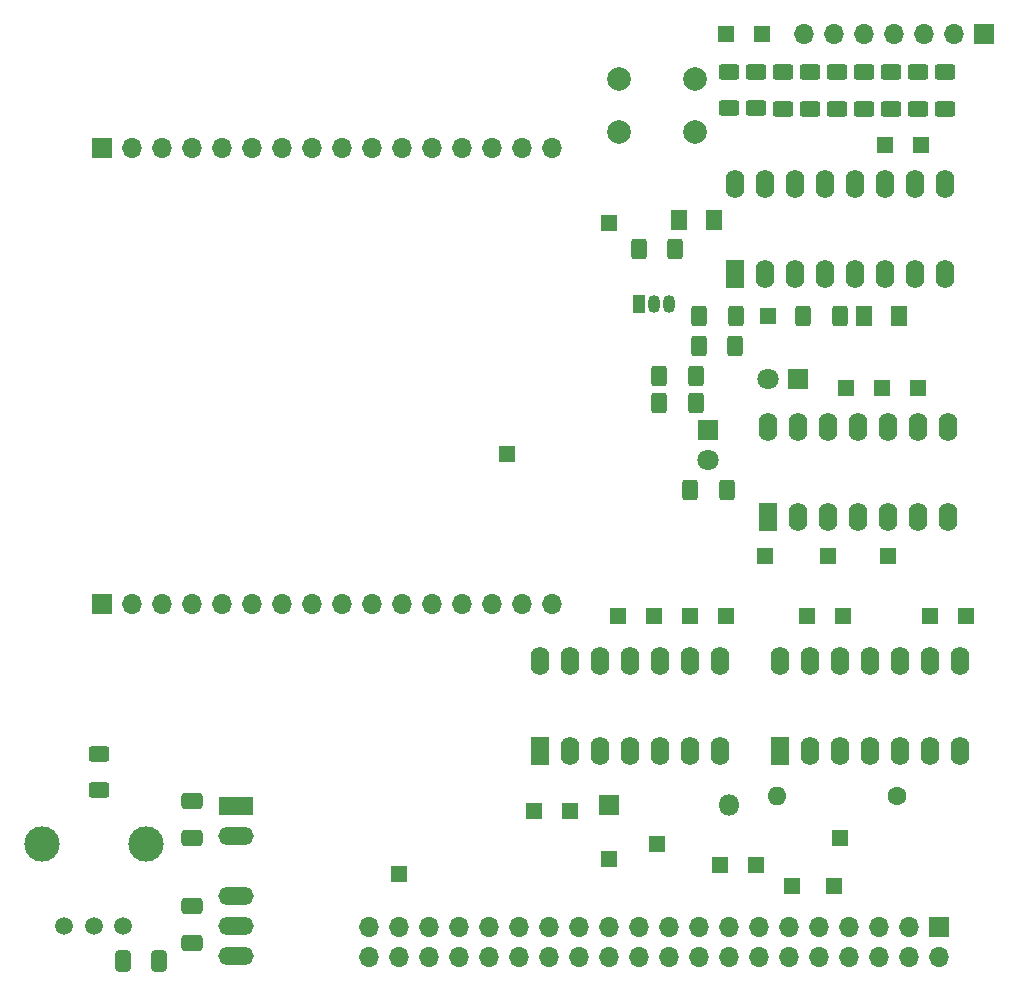
<source format=gbr>
%TF.GenerationSoftware,KiCad,Pcbnew,7.0.10-7.0.10~ubuntu20.04.1*%
%TF.CreationDate,2024-01-16T10:42:35+01:00*%
%TF.ProjectId,Unicomp_LCD_Board,556e6963-6f6d-4705-9f4c-43445f426f61,rev?*%
%TF.SameCoordinates,Original*%
%TF.FileFunction,Soldermask,Bot*%
%TF.FilePolarity,Negative*%
%FSLAX46Y46*%
G04 Gerber Fmt 4.6, Leading zero omitted, Abs format (unit mm)*
G04 Created by KiCad (PCBNEW 7.0.10-7.0.10~ubuntu20.04.1) date 2024-01-16 10:42:35*
%MOMM*%
%LPD*%
G01*
G04 APERTURE LIST*
G04 Aperture macros list*
%AMRoundRect*
0 Rectangle with rounded corners*
0 $1 Rounding radius*
0 $2 $3 $4 $5 $6 $7 $8 $9 X,Y pos of 4 corners*
0 Add a 4 corners polygon primitive as box body*
4,1,4,$2,$3,$4,$5,$6,$7,$8,$9,$2,$3,0*
0 Add four circle primitives for the rounded corners*
1,1,$1+$1,$2,$3*
1,1,$1+$1,$4,$5*
1,1,$1+$1,$6,$7*
1,1,$1+$1,$8,$9*
0 Add four rect primitives between the rounded corners*
20,1,$1+$1,$2,$3,$4,$5,0*
20,1,$1+$1,$4,$5,$6,$7,0*
20,1,$1+$1,$6,$7,$8,$9,0*
20,1,$1+$1,$8,$9,$2,$3,0*%
G04 Aperture macros list end*
%ADD10R,1.700000X1.700000*%
%ADD11O,1.700000X1.700000*%
%ADD12R,1.350000X1.350000*%
%ADD13C,1.600000*%
%ADD14O,1.600000X1.600000*%
%ADD15R,1.600000X2.400000*%
%ADD16O,1.600000X2.400000*%
%ADD17R,1.800000X1.800000*%
%ADD18C,1.800000*%
%ADD19R,3.000000X1.500000*%
%ADD20O,3.000000X1.500000*%
%ADD21C,3.000000*%
%ADD22C,1.500000*%
%ADD23C,2.000000*%
%ADD24R,1.050000X1.500000*%
%ADD25O,1.050000X1.500000*%
%ADD26O,1.800000X1.800000*%
%ADD27RoundRect,0.250000X-0.400000X-0.625000X0.400000X-0.625000X0.400000X0.625000X-0.400000X0.625000X0*%
%ADD28RoundRect,0.250000X-0.650000X0.412500X-0.650000X-0.412500X0.650000X-0.412500X0.650000X0.412500X0*%
%ADD29RoundRect,0.250000X-0.625000X0.400000X-0.625000X-0.400000X0.625000X-0.400000X0.625000X0.400000X0*%
%ADD30RoundRect,0.250000X0.400000X0.625000X-0.400000X0.625000X-0.400000X-0.625000X0.400000X-0.625000X0*%
%ADD31RoundRect,0.250000X0.625000X-0.400000X0.625000X0.400000X-0.625000X0.400000X-0.625000X-0.400000X0*%
%ADD32RoundRect,0.250001X0.462499X0.624999X-0.462499X0.624999X-0.462499X-0.624999X0.462499X-0.624999X0*%
%ADD33RoundRect,0.250000X0.650000X-0.412500X0.650000X0.412500X-0.650000X0.412500X-0.650000X-0.412500X0*%
%ADD34RoundRect,0.250000X-0.412500X-0.650000X0.412500X-0.650000X0.412500X0.650000X-0.412500X0.650000X0*%
G04 APERTURE END LIST*
D10*
%TO.C,U7*%
X79756000Y-72644000D03*
D11*
X82296000Y-72644000D03*
X84836000Y-72644000D03*
X87376000Y-72644000D03*
X89916000Y-72644000D03*
X92456000Y-72644000D03*
X94996000Y-72644000D03*
X97536000Y-72644000D03*
X100076000Y-72644000D03*
X102616000Y-72644000D03*
X105156000Y-72644000D03*
X107696000Y-72644000D03*
X110236000Y-72644000D03*
X112776000Y-72644000D03*
X115316000Y-72644000D03*
X117856000Y-72644000D03*
%TD*%
D12*
%TO.C,J9*%
X132588000Y-73660000D03*
%TD*%
%TO.C,J30*%
X132588000Y-24384000D03*
%TD*%
%TO.C,J2*%
X142240000Y-92456000D03*
%TD*%
%TO.C,J14*%
X138176000Y-96520000D03*
%TD*%
%TO.C,J12*%
X149860000Y-73660000D03*
%TD*%
%TO.C,J16*%
X132080000Y-94742000D03*
%TD*%
%TO.C,J28*%
X136144000Y-48260000D03*
%TD*%
D13*
%TO.C,R1*%
X147066000Y-88900000D03*
D14*
X136906000Y-88900000D03*
%TD*%
D12*
%TO.C,J23*%
X139446000Y-73660000D03*
%TD*%
%TO.C,J31*%
X135636000Y-24384000D03*
%TD*%
D10*
%TO.C,J1*%
X150600000Y-100000000D03*
D11*
X150600000Y-102540000D03*
X148060000Y-100000000D03*
X148060000Y-102540000D03*
X145520000Y-100000000D03*
X145520000Y-102540000D03*
X142980000Y-100000000D03*
X142980000Y-102540000D03*
X140440000Y-100000000D03*
X140440000Y-102540000D03*
X137900000Y-100000000D03*
X137900000Y-102540000D03*
X135360000Y-100000000D03*
X135360000Y-102540000D03*
X132820000Y-100000000D03*
X132820000Y-102540000D03*
X130280000Y-100000000D03*
X130280000Y-102540000D03*
X127740000Y-100000000D03*
X127740000Y-102540000D03*
X125200000Y-100000000D03*
X125200000Y-102540000D03*
X122660000Y-100000000D03*
X122660000Y-102540000D03*
X120120000Y-100000000D03*
X120120000Y-102540000D03*
X117580000Y-100000000D03*
X117580000Y-102540000D03*
X115040000Y-100000000D03*
X115040000Y-102540000D03*
X112500000Y-100000000D03*
X112500000Y-102540000D03*
X109960000Y-100000000D03*
X109960000Y-102540000D03*
X107420000Y-100000000D03*
X107420000Y-102540000D03*
X104880000Y-100000000D03*
X104880000Y-102540000D03*
X102340000Y-100000000D03*
X102340000Y-102540000D03*
%TD*%
D12*
%TO.C,J7*%
X145796000Y-54356000D03*
%TD*%
%TO.C,J3*%
X126746000Y-92964000D03*
%TD*%
D15*
%TO.C,U3*%
X116840000Y-85090000D03*
D16*
X119380000Y-85090000D03*
X121920000Y-85090000D03*
X124460000Y-85090000D03*
X127000000Y-85090000D03*
X129540000Y-85090000D03*
X132080000Y-85090000D03*
X132080000Y-77470000D03*
X129540000Y-77470000D03*
X127000000Y-77470000D03*
X124460000Y-77470000D03*
X121920000Y-77470000D03*
X119380000Y-77470000D03*
X116840000Y-77470000D03*
%TD*%
D15*
%TO.C,U2*%
X137155000Y-85080000D03*
D16*
X139695000Y-85080000D03*
X142235000Y-85080000D03*
X144775000Y-85080000D03*
X147315000Y-85080000D03*
X149855000Y-85080000D03*
X152395000Y-85080000D03*
X152395000Y-77460000D03*
X149855000Y-77460000D03*
X147315000Y-77460000D03*
X144775000Y-77460000D03*
X142235000Y-77460000D03*
X139695000Y-77460000D03*
X137155000Y-77460000D03*
%TD*%
D12*
%TO.C,J25*%
X123444000Y-73660000D03*
%TD*%
%TO.C,J21*%
X142748000Y-54356000D03*
%TD*%
D17*
%TO.C,D2*%
X131064000Y-57912000D03*
D18*
X131064000Y-60452000D03*
%TD*%
D19*
%TO.C,U4*%
X91072250Y-89775750D03*
D20*
X91072250Y-92315750D03*
X91072250Y-97395750D03*
X91072250Y-99935750D03*
X91072250Y-102475750D03*
%TD*%
D12*
%TO.C,J24*%
X135890000Y-68580000D03*
%TD*%
%TO.C,J33*%
X122682000Y-40386000D03*
%TD*%
%TO.C,J29*%
X122682000Y-94234000D03*
%TD*%
%TO.C,J6*%
X104902000Y-95504000D03*
%TD*%
%TO.C,J18*%
X146304000Y-68580000D03*
%TD*%
%TO.C,J13*%
X129540000Y-73660000D03*
%TD*%
%TO.C,J27*%
X146050000Y-33782000D03*
%TD*%
D17*
%TO.C,D3*%
X138684000Y-53594000D03*
D18*
X136144000Y-53594000D03*
%TD*%
D12*
%TO.C,J20*%
X141224000Y-68580000D03*
%TD*%
D15*
%TO.C,U5*%
X136144000Y-65278000D03*
D16*
X138684000Y-65278000D03*
X141224000Y-65278000D03*
X143764000Y-65278000D03*
X146304000Y-65278000D03*
X148844000Y-65278000D03*
X151384000Y-65278000D03*
X151384000Y-57658000D03*
X148844000Y-57658000D03*
X146304000Y-57658000D03*
X143764000Y-57658000D03*
X141224000Y-57658000D03*
X138684000Y-57658000D03*
X136144000Y-57658000D03*
%TD*%
D21*
%TO.C,RV2*%
X74676000Y-92964000D03*
D22*
X76576000Y-99964000D03*
D21*
X83476000Y-92964000D03*
D22*
X79076000Y-99964000D03*
X81576000Y-99964000D03*
%TD*%
D12*
%TO.C,J17*%
X135128000Y-94742000D03*
%TD*%
D10*
%TO.C,U1*%
X79756000Y-34036000D03*
D11*
X82296000Y-34036000D03*
X84836000Y-34036000D03*
X87376000Y-34036000D03*
X89916000Y-34036000D03*
X92456000Y-34036000D03*
X94996000Y-34036000D03*
X97536000Y-34036000D03*
X100076000Y-34036000D03*
X102616000Y-34036000D03*
X105156000Y-34036000D03*
X107696000Y-34036000D03*
X110236000Y-34036000D03*
X112776000Y-34036000D03*
X115316000Y-34036000D03*
X117856000Y-34036000D03*
%TD*%
D15*
%TO.C,U6*%
X133350000Y-44704000D03*
D16*
X135890000Y-44704000D03*
X138430000Y-44704000D03*
X140970000Y-44704000D03*
X143510000Y-44704000D03*
X146050000Y-44704000D03*
X148590000Y-44704000D03*
X151130000Y-44704000D03*
X151130000Y-37084000D03*
X148590000Y-37084000D03*
X146050000Y-37084000D03*
X143510000Y-37084000D03*
X140970000Y-37084000D03*
X138430000Y-37084000D03*
X135890000Y-37084000D03*
X133350000Y-37084000D03*
%TD*%
D12*
%TO.C,J4*%
X119380000Y-90170000D03*
%TD*%
D23*
%TO.C,SW1*%
X123496000Y-28230000D03*
X129996000Y-28230000D03*
X123496000Y-32730000D03*
X129996000Y-32730000D03*
%TD*%
D12*
%TO.C,J26*%
X149098000Y-33782000D03*
%TD*%
D24*
%TO.C,Q1*%
X125222000Y-47244000D03*
D25*
X126492000Y-47244000D03*
X127762000Y-47244000D03*
%TD*%
D12*
%TO.C,J19*%
X126492000Y-73660000D03*
%TD*%
D17*
%TO.C,D1*%
X122682000Y-89662000D03*
D26*
X132842000Y-89662000D03*
%TD*%
D12*
%TO.C,J5*%
X116332000Y-90170000D03*
%TD*%
%TO.C,J10*%
X114046000Y-59944000D03*
%TD*%
%TO.C,J22*%
X152908000Y-73660000D03*
%TD*%
%TO.C,J15*%
X142494000Y-73660000D03*
%TD*%
%TO.C,J11*%
X141732000Y-96520000D03*
%TD*%
D10*
%TO.C,J32*%
X154432000Y-24384000D03*
D11*
X151892000Y-24384000D03*
X149352000Y-24384000D03*
X146812000Y-24384000D03*
X144272000Y-24384000D03*
X141732000Y-24384000D03*
X139192000Y-24384000D03*
%TD*%
D12*
%TO.C,J8*%
X148844000Y-54356000D03*
%TD*%
D27*
%TO.C,R17*%
X126948000Y-55626000D03*
X130048000Y-55626000D03*
%TD*%
D28*
%TO.C,C1*%
X87376000Y-89369500D03*
X87376000Y-92494500D03*
%TD*%
D29*
%TO.C,R8*%
X151130000Y-27634000D03*
X151130000Y-30734000D03*
%TD*%
%TO.C,R15*%
X135128000Y-27617404D03*
X135128000Y-30717404D03*
%TD*%
D30*
%TO.C,R4*%
X132640000Y-62992000D03*
X129540000Y-62992000D03*
%TD*%
D29*
%TO.C,R16*%
X132842000Y-27617404D03*
X132842000Y-30717404D03*
%TD*%
D30*
%TO.C,R6*%
X142240000Y-48260000D03*
X139140000Y-48260000D03*
%TD*%
D29*
%TO.C,R9*%
X148844000Y-27634000D03*
X148844000Y-30734000D03*
%TD*%
%TO.C,R13*%
X137414000Y-27634000D03*
X137414000Y-30734000D03*
%TD*%
D30*
%TO.C,R7*%
X133402000Y-48246000D03*
X130302000Y-48246000D03*
%TD*%
%TO.C,R5*%
X133376000Y-50800000D03*
X130276000Y-50800000D03*
%TD*%
D29*
%TO.C,R10*%
X146558000Y-27634000D03*
X146558000Y-30734000D03*
%TD*%
D31*
%TO.C,R3*%
X79502000Y-88444000D03*
X79502000Y-85344000D03*
%TD*%
D32*
%TO.C,D4*%
X131572000Y-40132000D03*
X128597000Y-40132000D03*
%TD*%
%TO.C,D5*%
X147247000Y-48260000D03*
X144272000Y-48260000D03*
%TD*%
D29*
%TO.C,R12*%
X139700000Y-27634000D03*
X139700000Y-30734000D03*
%TD*%
%TO.C,R11*%
X144272000Y-27634000D03*
X144272000Y-30734000D03*
%TD*%
D33*
%TO.C,C2*%
X87376000Y-101384500D03*
X87376000Y-98259500D03*
%TD*%
D27*
%TO.C,R2*%
X126948000Y-53340000D03*
X130048000Y-53340000D03*
%TD*%
D29*
%TO.C,R14*%
X141986000Y-27634000D03*
X141986000Y-30734000D03*
%TD*%
D34*
%TO.C,C3*%
X81495500Y-102870000D03*
X84620500Y-102870000D03*
%TD*%
D27*
%TO.C,R18*%
X125205384Y-42591859D03*
X128305384Y-42591859D03*
%TD*%
M02*

</source>
